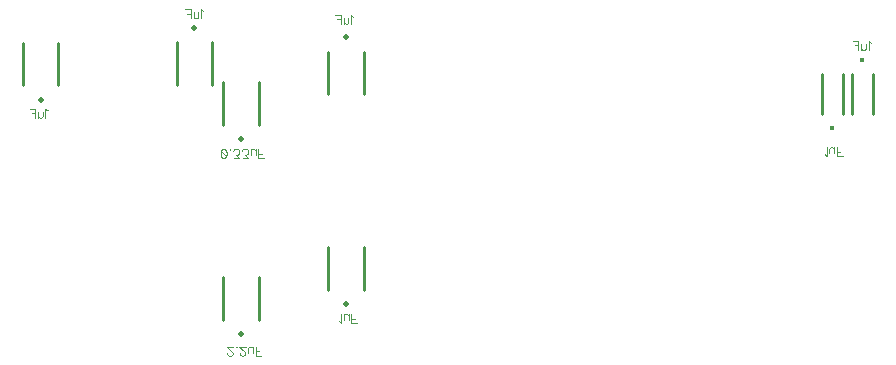
<source format=gbr>
G04 DipTrace 3.1.0.1*
G04 BottomSilk.gbr*
%MOIN*%
G04 #@! TF.FileFunction,Legend,Bot*
G04 #@! TF.Part,Single*
%ADD10C,0.009843*%
%ADD23C,0.015746*%
%ADD31C,0.019677*%
%ADD77C,0.004632*%
%FSLAX26Y26*%
G04*
G70*
G90*
G75*
G01*
G04 BotSilk*
%LPD*%
X3379433Y1336116D2*
D10*
Y1470000D1*
X3308567Y1336116D2*
Y1470000D1*
D23*
X3344000Y1288879D3*
X3408567Y1469994D2*
D10*
Y1336110D1*
X3479433Y1469994D2*
Y1336110D1*
D23*
X3444000Y1517231D3*
X1157631Y1574565D2*
D10*
Y1432830D1*
X1275741Y1574565D2*
Y1432830D1*
D31*
X1216686Y1623774D3*
X763241Y1432184D2*
D10*
Y1573919D1*
X645131Y1432184D2*
Y1573919D1*
D31*
X704186Y1382976D3*
X1431993Y1300935D2*
D10*
Y1442670D1*
X1313883Y1300935D2*
Y1442670D1*
D31*
X1372938Y1251726D3*
X1431993Y650934D2*
D10*
Y792668D1*
X1313883Y650934D2*
Y792668D1*
D31*
X1372938Y601725D3*
X1781992Y750934D2*
D10*
Y892668D1*
X1663882Y750934D2*
Y892668D1*
D31*
X1722937Y701725D3*
X1663882Y1543316D2*
D10*
Y1401581D1*
X1781992Y1543316D2*
Y1401581D1*
D31*
X1722937Y1592524D3*
X1746388Y1660849D2*
D77*
X1743503Y1662308D1*
X1739192Y1666586D1*
Y1636475D1*
X1729928Y1656571D2*
Y1642212D1*
X1728502Y1637934D1*
X1725617Y1636475D1*
X1721306D1*
X1718454Y1637934D1*
X1714143Y1642212D1*
Y1656571D2*
Y1636475D1*
X1686210Y1666619D2*
X1704880D1*
Y1636475D1*
Y1652260D2*
X1693406D1*
X1313582Y1189143D2*
X1309271Y1190569D1*
X1306386Y1194880D1*
X1304960Y1202043D1*
Y1206354D1*
X1306386Y1213517D1*
X1309271Y1217828D1*
X1313582Y1219254D1*
X1316434D1*
X1320745Y1217828D1*
X1323597Y1213517D1*
X1325056Y1206354D1*
Y1202043D1*
X1323597Y1194880D1*
X1320745Y1190569D1*
X1316434Y1189143D1*
X1313582D1*
X1323597Y1194880D2*
X1306386Y1213517D1*
X1335746Y1216369D2*
X1334320Y1217828D1*
X1335746Y1219254D1*
X1337205Y1217828D1*
X1335746Y1216369D1*
X1349353Y1189143D2*
X1365105D1*
X1356516Y1200617D1*
X1360827D1*
X1363679Y1202043D1*
X1365105Y1203469D1*
X1366564Y1207780D1*
Y1210632D1*
X1365105Y1214943D1*
X1362253Y1217828D1*
X1357942Y1219254D1*
X1353631D1*
X1349353Y1217828D1*
X1347927Y1216369D1*
X1346468Y1213517D1*
X1378713Y1189143D2*
X1394465D1*
X1385876Y1200617D1*
X1390187D1*
X1393039Y1202043D1*
X1394465Y1203469D1*
X1395924Y1207780D1*
Y1210632D1*
X1394465Y1214943D1*
X1391613Y1217828D1*
X1387302Y1219254D1*
X1382991D1*
X1378713Y1217828D1*
X1377287Y1216369D1*
X1375828Y1213517D1*
X1405187Y1199158D2*
Y1213517D1*
X1406613Y1217795D1*
X1409498Y1219254D1*
X1413809D1*
X1416661Y1217795D1*
X1420972Y1213517D1*
Y1199158D2*
Y1219254D1*
X1448906Y1189110D2*
X1430236D1*
Y1219254D1*
Y1203469D2*
X1441710D1*
X1327350Y537875D2*
Y536449D1*
X1328776Y533564D1*
X1330201Y532138D1*
X1333087Y530712D1*
X1338824D1*
X1341675Y532138D1*
X1343101Y533564D1*
X1344561Y536449D1*
Y539301D1*
X1343101Y542186D1*
X1340249Y546464D1*
X1325890Y560823D1*
X1345986D1*
X1356676Y557938D2*
X1355250Y559397D1*
X1356676Y560823D1*
X1358135Y559397D1*
X1356676Y557938D1*
X1368858Y537875D2*
Y536449D1*
X1370284Y533564D1*
X1371710Y532138D1*
X1374595Y530712D1*
X1380332D1*
X1383184Y532138D1*
X1384610Y533564D1*
X1386069Y536449D1*
Y539301D1*
X1384610Y542186D1*
X1381758Y546464D1*
X1367399Y560823D1*
X1387495D1*
X1396758Y540727D2*
Y555086D1*
X1398184Y559364D1*
X1401069Y560823D1*
X1405380D1*
X1408232Y559364D1*
X1412543Y555086D1*
Y540727D2*
Y560823D1*
X1440477Y530679D2*
X1421807D1*
Y560823D1*
Y545038D2*
X1433281D1*
X1698709Y644881D2*
X1701594Y643422D1*
X1705905Y639144D1*
Y669255D1*
X1715169Y649159D2*
Y663518D1*
X1716595Y667796D1*
X1719480Y669255D1*
X1723791D1*
X1726643Y667796D1*
X1730954Y663518D1*
Y649159D2*
Y669255D1*
X1758887Y639111D2*
X1740217D1*
Y669255D1*
Y653470D2*
X1751691D1*
X727637Y1348349D2*
X724752Y1349808D1*
X720441Y1354086D1*
Y1323975D1*
X711178Y1344071D2*
Y1329712D1*
X709752Y1325434D1*
X706866Y1323975D1*
X702555D1*
X699704Y1325434D1*
X695393Y1329712D1*
Y1344071D2*
Y1323975D1*
X667459Y1354119D2*
X686129D1*
Y1323975D1*
Y1339760D2*
X674655D1*
X1246388Y1679599D2*
X1243503Y1681058D1*
X1239192Y1685336D1*
Y1655225D1*
X1229928Y1675321D2*
Y1660962D1*
X1228502Y1656685D1*
X1225617Y1655225D1*
X1221306D1*
X1218454Y1656685D1*
X1214143Y1660962D1*
Y1675321D2*
Y1655225D1*
X1186210Y1685369D2*
X1204880D1*
Y1655225D1*
Y1671010D2*
X1193406D1*
X3471388Y1573349D2*
X3468503Y1574808D1*
X3464192Y1579086D1*
Y1548975D1*
X3454928Y1569071D2*
Y1554712D1*
X3453502Y1550434D1*
X3450617Y1548975D1*
X3446306D1*
X3443454Y1550434D1*
X3439143Y1554712D1*
Y1569071D2*
Y1548975D1*
X3411210Y1579119D2*
X3429880D1*
Y1548975D1*
Y1564760D2*
X3418406D1*
X3317459Y1201132D2*
X3320344Y1199673D1*
X3324655Y1195395D1*
Y1225506D1*
X3333918Y1205410D2*
Y1219769D1*
X3335344Y1224046D1*
X3338229Y1225506D1*
X3342540D1*
X3345392Y1224046D1*
X3349703Y1219769D1*
Y1205410D2*
Y1225506D1*
X3377637Y1195362D2*
X3358967D1*
Y1225506D1*
Y1209721D2*
X3370441D1*
M02*

</source>
